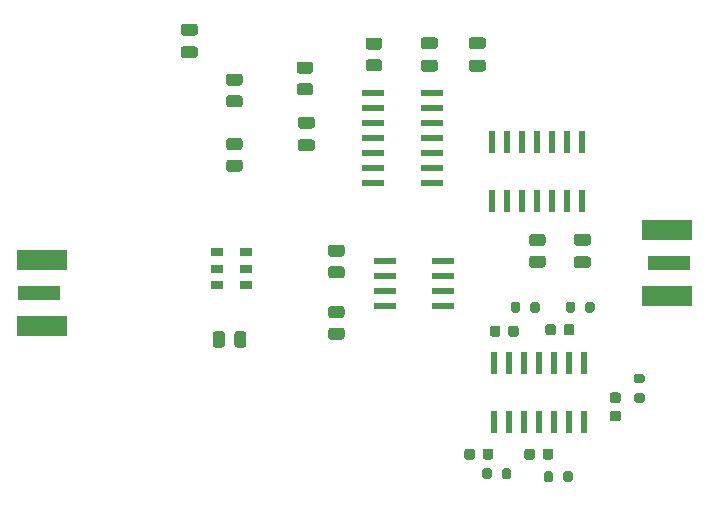
<source format=gbr>
%TF.GenerationSoftware,KiCad,Pcbnew,(5.1.9)-1*%
%TF.CreationDate,2021-02-11T15:57:47-05:00*%
%TF.ProjectId,DemodulatorCircuit,44656d6f-6475-46c6-9174-6f7243697263,rev?*%
%TF.SameCoordinates,Original*%
%TF.FileFunction,Paste,Top*%
%TF.FilePolarity,Positive*%
%FSLAX46Y46*%
G04 Gerber Fmt 4.6, Leading zero omitted, Abs format (unit mm)*
G04 Created by KiCad (PCBNEW (5.1.9)-1) date 2021-02-11 15:57:47*
%MOMM*%
%LPD*%
G01*
G04 APERTURE LIST*
%ADD10R,0.600000X1.970000*%
%ADD11R,1.050000X0.800000*%
%ADD12R,1.970000X0.600000*%
%ADD13R,4.200000X1.750000*%
%ADD14R,3.600000X1.270000*%
G04 APERTURE END LIST*
D10*
%TO.C,U4*%
X74041000Y-56516500D03*
X75311000Y-56516500D03*
X76581000Y-56516500D03*
X77851000Y-56516500D03*
X79121000Y-56516500D03*
X80391000Y-56516500D03*
X81661000Y-56516500D03*
X81661000Y-61466500D03*
X80391000Y-61466500D03*
X79121000Y-61466500D03*
X77851000Y-61466500D03*
X76581000Y-61466500D03*
X75311000Y-61466500D03*
X74041000Y-61466500D03*
%TD*%
D11*
%TO.C,U3*%
X53064000Y-47114000D03*
X53064000Y-48514000D03*
X53064000Y-49914000D03*
X50614000Y-49914000D03*
X50614000Y-48514000D03*
X50614000Y-47114000D03*
%TD*%
D12*
%TO.C,U2*%
X68769000Y-33655000D03*
X68769000Y-34925000D03*
X68769000Y-36195000D03*
X68769000Y-37465000D03*
X68769000Y-38735000D03*
X68769000Y-40005000D03*
X68769000Y-41275000D03*
X63819000Y-41275000D03*
X63819000Y-40005000D03*
X63819000Y-38735000D03*
X63819000Y-37465000D03*
X63819000Y-36195000D03*
X63819000Y-34925000D03*
X63819000Y-33655000D03*
%TD*%
%TO.C,U1*%
X69780000Y-47879000D03*
X69780000Y-49149000D03*
X69780000Y-50419000D03*
X69780000Y-51689000D03*
X64840000Y-51689000D03*
X64840000Y-50419000D03*
X64840000Y-49149000D03*
X64840000Y-47879000D03*
%TD*%
D13*
%TO.C,J3*%
X88700000Y-45181000D03*
X88700000Y-50831000D03*
D14*
X88900000Y-48006000D03*
%TD*%
D13*
%TO.C,J1*%
X35760000Y-53371000D03*
X35760000Y-47721000D03*
D14*
X35560000Y-50546000D03*
%TD*%
D10*
%TO.C,IC2*%
X73914000Y-37784000D03*
X75184000Y-37784000D03*
X76454000Y-37784000D03*
X77724000Y-37784000D03*
X78994000Y-37784000D03*
X80264000Y-37784000D03*
X81534000Y-37784000D03*
X81534000Y-42734000D03*
X80264000Y-42734000D03*
X78994000Y-42734000D03*
X77724000Y-42734000D03*
X76454000Y-42734000D03*
X75184000Y-42734000D03*
X73914000Y-42734000D03*
%TD*%
%TO.C,R_Inv_1*%
G36*
G01*
X74720000Y-66124500D02*
X74720000Y-65574500D01*
G75*
G02*
X74920000Y-65374500I200000J0D01*
G01*
X75320000Y-65374500D01*
G75*
G02*
X75520000Y-65574500I0J-200000D01*
G01*
X75520000Y-66124500D01*
G75*
G02*
X75320000Y-66324500I-200000J0D01*
G01*
X74920000Y-66324500D01*
G75*
G02*
X74720000Y-66124500I0J200000D01*
G01*
G37*
G36*
G01*
X73070000Y-66124500D02*
X73070000Y-65574500D01*
G75*
G02*
X73270000Y-65374500I200000J0D01*
G01*
X73670000Y-65374500D01*
G75*
G02*
X73870000Y-65574500I0J-200000D01*
G01*
X73870000Y-66124500D01*
G75*
G02*
X73670000Y-66324500I-200000J0D01*
G01*
X73270000Y-66324500D01*
G75*
G02*
X73070000Y-66124500I0J200000D01*
G01*
G37*
%TD*%
%TO.C,C_Inv_5*%
G36*
G01*
X84078000Y-60523000D02*
X84578000Y-60523000D01*
G75*
G02*
X84803000Y-60748000I0J-225000D01*
G01*
X84803000Y-61198000D01*
G75*
G02*
X84578000Y-61423000I-225000J0D01*
G01*
X84078000Y-61423000D01*
G75*
G02*
X83853000Y-61198000I0J225000D01*
G01*
X83853000Y-60748000D01*
G75*
G02*
X84078000Y-60523000I225000J0D01*
G01*
G37*
G36*
G01*
X84078000Y-58973000D02*
X84578000Y-58973000D01*
G75*
G02*
X84803000Y-59198000I0J-225000D01*
G01*
X84803000Y-59648000D01*
G75*
G02*
X84578000Y-59873000I-225000J0D01*
G01*
X84078000Y-59873000D01*
G75*
G02*
X83853000Y-59648000I0J225000D01*
G01*
X83853000Y-59198000D01*
G75*
G02*
X84078000Y-58973000I225000J0D01*
G01*
G37*
%TD*%
%TO.C,C_Inv_4*%
G36*
G01*
X74605000Y-53534500D02*
X74605000Y-54034500D01*
G75*
G02*
X74380000Y-54259500I-225000J0D01*
G01*
X73930000Y-54259500D01*
G75*
G02*
X73705000Y-54034500I0J225000D01*
G01*
X73705000Y-53534500D01*
G75*
G02*
X73930000Y-53309500I225000J0D01*
G01*
X74380000Y-53309500D01*
G75*
G02*
X74605000Y-53534500I0J-225000D01*
G01*
G37*
G36*
G01*
X76155000Y-53534500D02*
X76155000Y-54034500D01*
G75*
G02*
X75930000Y-54259500I-225000J0D01*
G01*
X75480000Y-54259500D01*
G75*
G02*
X75255000Y-54034500I0J225000D01*
G01*
X75255000Y-53534500D01*
G75*
G02*
X75480000Y-53309500I225000J0D01*
G01*
X75930000Y-53309500D01*
G75*
G02*
X76155000Y-53534500I0J-225000D01*
G01*
G37*
%TD*%
%TO.C,C_Inv_3*%
G36*
G01*
X79304000Y-53407500D02*
X79304000Y-53907500D01*
G75*
G02*
X79079000Y-54132500I-225000J0D01*
G01*
X78629000Y-54132500D01*
G75*
G02*
X78404000Y-53907500I0J225000D01*
G01*
X78404000Y-53407500D01*
G75*
G02*
X78629000Y-53182500I225000J0D01*
G01*
X79079000Y-53182500D01*
G75*
G02*
X79304000Y-53407500I0J-225000D01*
G01*
G37*
G36*
G01*
X80854000Y-53407500D02*
X80854000Y-53907500D01*
G75*
G02*
X80629000Y-54132500I-225000J0D01*
G01*
X80179000Y-54132500D01*
G75*
G02*
X79954000Y-53907500I0J225000D01*
G01*
X79954000Y-53407500D01*
G75*
G02*
X80179000Y-53182500I225000J0D01*
G01*
X80629000Y-53182500D01*
G75*
G02*
X80854000Y-53407500I0J-225000D01*
G01*
G37*
%TD*%
%TO.C,C_Inv_2*%
G36*
G01*
X77526000Y-63948500D02*
X77526000Y-64448500D01*
G75*
G02*
X77301000Y-64673500I-225000J0D01*
G01*
X76851000Y-64673500D01*
G75*
G02*
X76626000Y-64448500I0J225000D01*
G01*
X76626000Y-63948500D01*
G75*
G02*
X76851000Y-63723500I225000J0D01*
G01*
X77301000Y-63723500D01*
G75*
G02*
X77526000Y-63948500I0J-225000D01*
G01*
G37*
G36*
G01*
X79076000Y-63948500D02*
X79076000Y-64448500D01*
G75*
G02*
X78851000Y-64673500I-225000J0D01*
G01*
X78401000Y-64673500D01*
G75*
G02*
X78176000Y-64448500I0J225000D01*
G01*
X78176000Y-63948500D01*
G75*
G02*
X78401000Y-63723500I225000J0D01*
G01*
X78851000Y-63723500D01*
G75*
G02*
X79076000Y-63948500I0J-225000D01*
G01*
G37*
%TD*%
%TO.C,C_Inv_1*%
G36*
G01*
X72446000Y-63948500D02*
X72446000Y-64448500D01*
G75*
G02*
X72221000Y-64673500I-225000J0D01*
G01*
X71771000Y-64673500D01*
G75*
G02*
X71546000Y-64448500I0J225000D01*
G01*
X71546000Y-63948500D01*
G75*
G02*
X71771000Y-63723500I225000J0D01*
G01*
X72221000Y-63723500D01*
G75*
G02*
X72446000Y-63948500I0J-225000D01*
G01*
G37*
G36*
G01*
X73996000Y-63948500D02*
X73996000Y-64448500D01*
G75*
G02*
X73771000Y-64673500I-225000J0D01*
G01*
X73321000Y-64673500D01*
G75*
G02*
X73096000Y-64448500I0J225000D01*
G01*
X73096000Y-63948500D01*
G75*
G02*
X73321000Y-63723500I225000J0D01*
G01*
X73771000Y-63723500D01*
G75*
G02*
X73996000Y-63948500I0J-225000D01*
G01*
G37*
%TD*%
%TO.C,R_Inv_5*%
G36*
G01*
X86635000Y-58185500D02*
X86085000Y-58185500D01*
G75*
G02*
X85885000Y-57985500I0J200000D01*
G01*
X85885000Y-57585500D01*
G75*
G02*
X86085000Y-57385500I200000J0D01*
G01*
X86635000Y-57385500D01*
G75*
G02*
X86835000Y-57585500I0J-200000D01*
G01*
X86835000Y-57985500D01*
G75*
G02*
X86635000Y-58185500I-200000J0D01*
G01*
G37*
G36*
G01*
X86635000Y-59835500D02*
X86085000Y-59835500D01*
G75*
G02*
X85885000Y-59635500I0J200000D01*
G01*
X85885000Y-59235500D01*
G75*
G02*
X86085000Y-59035500I200000J0D01*
G01*
X86635000Y-59035500D01*
G75*
G02*
X86835000Y-59235500I0J-200000D01*
G01*
X86835000Y-59635500D01*
G75*
G02*
X86635000Y-59835500I-200000J0D01*
G01*
G37*
%TD*%
%TO.C,R_Inv_4*%
G36*
G01*
X77133000Y-52027500D02*
X77133000Y-51477500D01*
G75*
G02*
X77333000Y-51277500I200000J0D01*
G01*
X77733000Y-51277500D01*
G75*
G02*
X77933000Y-51477500I0J-200000D01*
G01*
X77933000Y-52027500D01*
G75*
G02*
X77733000Y-52227500I-200000J0D01*
G01*
X77333000Y-52227500D01*
G75*
G02*
X77133000Y-52027500I0J200000D01*
G01*
G37*
G36*
G01*
X75483000Y-52027500D02*
X75483000Y-51477500D01*
G75*
G02*
X75683000Y-51277500I200000J0D01*
G01*
X76083000Y-51277500D01*
G75*
G02*
X76283000Y-51477500I0J-200000D01*
G01*
X76283000Y-52027500D01*
G75*
G02*
X76083000Y-52227500I-200000J0D01*
G01*
X75683000Y-52227500D01*
G75*
G02*
X75483000Y-52027500I0J200000D01*
G01*
G37*
%TD*%
%TO.C,R_Inv_3*%
G36*
G01*
X81768500Y-52027500D02*
X81768500Y-51477500D01*
G75*
G02*
X81968500Y-51277500I200000J0D01*
G01*
X82368500Y-51277500D01*
G75*
G02*
X82568500Y-51477500I0J-200000D01*
G01*
X82568500Y-52027500D01*
G75*
G02*
X82368500Y-52227500I-200000J0D01*
G01*
X81968500Y-52227500D01*
G75*
G02*
X81768500Y-52027500I0J200000D01*
G01*
G37*
G36*
G01*
X80118500Y-52027500D02*
X80118500Y-51477500D01*
G75*
G02*
X80318500Y-51277500I200000J0D01*
G01*
X80718500Y-51277500D01*
G75*
G02*
X80918500Y-51477500I0J-200000D01*
G01*
X80918500Y-52027500D01*
G75*
G02*
X80718500Y-52227500I-200000J0D01*
G01*
X80318500Y-52227500D01*
G75*
G02*
X80118500Y-52027500I0J200000D01*
G01*
G37*
%TD*%
%TO.C,R_Inv_2*%
G36*
G01*
X79927000Y-66378500D02*
X79927000Y-65828500D01*
G75*
G02*
X80127000Y-65628500I200000J0D01*
G01*
X80527000Y-65628500D01*
G75*
G02*
X80727000Y-65828500I0J-200000D01*
G01*
X80727000Y-66378500D01*
G75*
G02*
X80527000Y-66578500I-200000J0D01*
G01*
X80127000Y-66578500D01*
G75*
G02*
X79927000Y-66378500I0J200000D01*
G01*
G37*
G36*
G01*
X78277000Y-66378500D02*
X78277000Y-65828500D01*
G75*
G02*
X78477000Y-65628500I200000J0D01*
G01*
X78877000Y-65628500D01*
G75*
G02*
X79077000Y-65828500I0J-200000D01*
G01*
X79077000Y-66378500D01*
G75*
G02*
X78877000Y-66578500I-200000J0D01*
G01*
X78477000Y-66578500D01*
G75*
G02*
X78277000Y-66378500I0J200000D01*
G01*
G37*
%TD*%
%TO.C,Rout1*%
G36*
G01*
X78174002Y-46590000D02*
X77273998Y-46590000D01*
G75*
G02*
X77024000Y-46340002I0J249998D01*
G01*
X77024000Y-45814998D01*
G75*
G02*
X77273998Y-45565000I249998J0D01*
G01*
X78174002Y-45565000D01*
G75*
G02*
X78424000Y-45814998I0J-249998D01*
G01*
X78424000Y-46340002D01*
G75*
G02*
X78174002Y-46590000I-249998J0D01*
G01*
G37*
G36*
G01*
X78174002Y-48415000D02*
X77273998Y-48415000D01*
G75*
G02*
X77024000Y-48165002I0J249998D01*
G01*
X77024000Y-47639998D01*
G75*
G02*
X77273998Y-47390000I249998J0D01*
G01*
X78174002Y-47390000D01*
G75*
G02*
X78424000Y-47639998I0J-249998D01*
G01*
X78424000Y-48165002D01*
G75*
G02*
X78174002Y-48415000I-249998J0D01*
G01*
G37*
%TD*%
%TO.C,RJumper1*%
G36*
G01*
X51265500Y-54032998D02*
X51265500Y-54933002D01*
G75*
G02*
X51015502Y-55183000I-249998J0D01*
G01*
X50490498Y-55183000D01*
G75*
G02*
X50240500Y-54933002I0J249998D01*
G01*
X50240500Y-54032998D01*
G75*
G02*
X50490498Y-53783000I249998J0D01*
G01*
X51015502Y-53783000D01*
G75*
G02*
X51265500Y-54032998I0J-249998D01*
G01*
G37*
G36*
G01*
X53090500Y-54032998D02*
X53090500Y-54933002D01*
G75*
G02*
X52840502Y-55183000I-249998J0D01*
G01*
X52315498Y-55183000D01*
G75*
G02*
X52065500Y-54933002I0J249998D01*
G01*
X52065500Y-54032998D01*
G75*
G02*
X52315498Y-53783000I249998J0D01*
G01*
X52840502Y-53783000D01*
G75*
G02*
X53090500Y-54032998I0J-249998D01*
G01*
G37*
%TD*%
%TO.C,RFB2*%
G36*
G01*
X57588998Y-32785000D02*
X58489002Y-32785000D01*
G75*
G02*
X58739000Y-33034998I0J-249998D01*
G01*
X58739000Y-33560002D01*
G75*
G02*
X58489002Y-33810000I-249998J0D01*
G01*
X57588998Y-33810000D01*
G75*
G02*
X57339000Y-33560002I0J249998D01*
G01*
X57339000Y-33034998D01*
G75*
G02*
X57588998Y-32785000I249998J0D01*
G01*
G37*
G36*
G01*
X57588998Y-30960000D02*
X58489002Y-30960000D01*
G75*
G02*
X58739000Y-31209998I0J-249998D01*
G01*
X58739000Y-31735002D01*
G75*
G02*
X58489002Y-31985000I-249998J0D01*
G01*
X57588998Y-31985000D01*
G75*
G02*
X57339000Y-31735002I0J249998D01*
G01*
X57339000Y-31209998D01*
G75*
G02*
X57588998Y-30960000I249998J0D01*
G01*
G37*
%TD*%
%TO.C,R_CMG1*%
G36*
G01*
X63430998Y-30753000D02*
X64331002Y-30753000D01*
G75*
G02*
X64581000Y-31002998I0J-249998D01*
G01*
X64581000Y-31528002D01*
G75*
G02*
X64331002Y-31778000I-249998J0D01*
G01*
X63430998Y-31778000D01*
G75*
G02*
X63181000Y-31528002I0J249998D01*
G01*
X63181000Y-31002998D01*
G75*
G02*
X63430998Y-30753000I249998J0D01*
G01*
G37*
G36*
G01*
X63430998Y-28928000D02*
X64331002Y-28928000D01*
G75*
G02*
X64581000Y-29177998I0J-249998D01*
G01*
X64581000Y-29703002D01*
G75*
G02*
X64331002Y-29953000I-249998J0D01*
G01*
X63430998Y-29953000D01*
G75*
G02*
X63181000Y-29703002I0J249998D01*
G01*
X63181000Y-29177998D01*
G75*
G02*
X63430998Y-28928000I249998J0D01*
G01*
G37*
%TD*%
%TO.C,R4*%
G36*
G01*
X60255998Y-53486000D02*
X61156002Y-53486000D01*
G75*
G02*
X61406000Y-53735998I0J-249998D01*
G01*
X61406000Y-54261002D01*
G75*
G02*
X61156002Y-54511000I-249998J0D01*
G01*
X60255998Y-54511000D01*
G75*
G02*
X60006000Y-54261002I0J249998D01*
G01*
X60006000Y-53735998D01*
G75*
G02*
X60255998Y-53486000I249998J0D01*
G01*
G37*
G36*
G01*
X60255998Y-51661000D02*
X61156002Y-51661000D01*
G75*
G02*
X61406000Y-51910998I0J-249998D01*
G01*
X61406000Y-52436002D01*
G75*
G02*
X61156002Y-52686000I-249998J0D01*
G01*
X60255998Y-52686000D01*
G75*
G02*
X60006000Y-52436002I0J249998D01*
G01*
X60006000Y-51910998D01*
G75*
G02*
X60255998Y-51661000I249998J0D01*
G01*
G37*
%TD*%
%TO.C,R3*%
G36*
G01*
X60255998Y-48279000D02*
X61156002Y-48279000D01*
G75*
G02*
X61406000Y-48528998I0J-249998D01*
G01*
X61406000Y-49054002D01*
G75*
G02*
X61156002Y-49304000I-249998J0D01*
G01*
X60255998Y-49304000D01*
G75*
G02*
X60006000Y-49054002I0J249998D01*
G01*
X60006000Y-48528998D01*
G75*
G02*
X60255998Y-48279000I249998J0D01*
G01*
G37*
G36*
G01*
X60255998Y-46454000D02*
X61156002Y-46454000D01*
G75*
G02*
X61406000Y-46703998I0J-249998D01*
G01*
X61406000Y-47229002D01*
G75*
G02*
X61156002Y-47479000I-249998J0D01*
G01*
X60255998Y-47479000D01*
G75*
G02*
X60006000Y-47229002I0J249998D01*
G01*
X60006000Y-46703998D01*
G75*
G02*
X60255998Y-46454000I249998J0D01*
G01*
G37*
%TD*%
%TO.C,R2*%
G36*
G01*
X51619998Y-39262000D02*
X52520002Y-39262000D01*
G75*
G02*
X52770000Y-39511998I0J-249998D01*
G01*
X52770000Y-40037002D01*
G75*
G02*
X52520002Y-40287000I-249998J0D01*
G01*
X51619998Y-40287000D01*
G75*
G02*
X51370000Y-40037002I0J249998D01*
G01*
X51370000Y-39511998D01*
G75*
G02*
X51619998Y-39262000I249998J0D01*
G01*
G37*
G36*
G01*
X51619998Y-37437000D02*
X52520002Y-37437000D01*
G75*
G02*
X52770000Y-37686998I0J-249998D01*
G01*
X52770000Y-38212002D01*
G75*
G02*
X52520002Y-38462000I-249998J0D01*
G01*
X51619998Y-38462000D01*
G75*
G02*
X51370000Y-38212002I0J249998D01*
G01*
X51370000Y-37686998D01*
G75*
G02*
X51619998Y-37437000I249998J0D01*
G01*
G37*
%TD*%
%TO.C,R1*%
G36*
G01*
X51619998Y-33801000D02*
X52520002Y-33801000D01*
G75*
G02*
X52770000Y-34050998I0J-249998D01*
G01*
X52770000Y-34576002D01*
G75*
G02*
X52520002Y-34826000I-249998J0D01*
G01*
X51619998Y-34826000D01*
G75*
G02*
X51370000Y-34576002I0J249998D01*
G01*
X51370000Y-34050998D01*
G75*
G02*
X51619998Y-33801000I249998J0D01*
G01*
G37*
G36*
G01*
X51619998Y-31976000D02*
X52520002Y-31976000D01*
G75*
G02*
X52770000Y-32225998I0J-249998D01*
G01*
X52770000Y-32751002D01*
G75*
G02*
X52520002Y-33001000I-249998J0D01*
G01*
X51619998Y-33001000D01*
G75*
G02*
X51370000Y-32751002I0J249998D01*
G01*
X51370000Y-32225998D01*
G75*
G02*
X51619998Y-31976000I249998J0D01*
G01*
G37*
%TD*%
%TO.C,Cout1*%
G36*
G01*
X82009000Y-46540000D02*
X81059000Y-46540000D01*
G75*
G02*
X80809000Y-46290000I0J250000D01*
G01*
X80809000Y-45790000D01*
G75*
G02*
X81059000Y-45540000I250000J0D01*
G01*
X82009000Y-45540000D01*
G75*
G02*
X82259000Y-45790000I0J-250000D01*
G01*
X82259000Y-46290000D01*
G75*
G02*
X82009000Y-46540000I-250000J0D01*
G01*
G37*
G36*
G01*
X82009000Y-48440000D02*
X81059000Y-48440000D01*
G75*
G02*
X80809000Y-48190000I0J250000D01*
G01*
X80809000Y-47690000D01*
G75*
G02*
X81059000Y-47440000I250000J0D01*
G01*
X82009000Y-47440000D01*
G75*
G02*
X82259000Y-47690000I0J-250000D01*
G01*
X82259000Y-48190000D01*
G75*
G02*
X82009000Y-48440000I-250000J0D01*
G01*
G37*
%TD*%
%TO.C,Cin1*%
G36*
G01*
X57691000Y-37534000D02*
X58641000Y-37534000D01*
G75*
G02*
X58891000Y-37784000I0J-250000D01*
G01*
X58891000Y-38284000D01*
G75*
G02*
X58641000Y-38534000I-250000J0D01*
G01*
X57691000Y-38534000D01*
G75*
G02*
X57441000Y-38284000I0J250000D01*
G01*
X57441000Y-37784000D01*
G75*
G02*
X57691000Y-37534000I250000J0D01*
G01*
G37*
G36*
G01*
X57691000Y-35634000D02*
X58641000Y-35634000D01*
G75*
G02*
X58891000Y-35884000I0J-250000D01*
G01*
X58891000Y-36384000D01*
G75*
G02*
X58641000Y-36634000I-250000J0D01*
G01*
X57691000Y-36634000D01*
G75*
G02*
X57441000Y-36384000I0J250000D01*
G01*
X57441000Y-35884000D01*
G75*
G02*
X57691000Y-35634000I250000J0D01*
G01*
G37*
%TD*%
%TO.C,CC1*%
G36*
G01*
X47785000Y-29660000D02*
X48735000Y-29660000D01*
G75*
G02*
X48985000Y-29910000I0J-250000D01*
G01*
X48985000Y-30410000D01*
G75*
G02*
X48735000Y-30660000I-250000J0D01*
G01*
X47785000Y-30660000D01*
G75*
G02*
X47535000Y-30410000I0J250000D01*
G01*
X47535000Y-29910000D01*
G75*
G02*
X47785000Y-29660000I250000J0D01*
G01*
G37*
G36*
G01*
X47785000Y-27760000D02*
X48735000Y-27760000D01*
G75*
G02*
X48985000Y-28010000I0J-250000D01*
G01*
X48985000Y-28510000D01*
G75*
G02*
X48735000Y-28760000I-250000J0D01*
G01*
X47785000Y-28760000D01*
G75*
G02*
X47535000Y-28510000I0J250000D01*
G01*
X47535000Y-28010000D01*
G75*
G02*
X47785000Y-27760000I250000J0D01*
G01*
G37*
%TD*%
%TO.C,C_CMG1*%
G36*
G01*
X68105000Y-30803000D02*
X69055000Y-30803000D01*
G75*
G02*
X69305000Y-31053000I0J-250000D01*
G01*
X69305000Y-31553000D01*
G75*
G02*
X69055000Y-31803000I-250000J0D01*
G01*
X68105000Y-31803000D01*
G75*
G02*
X67855000Y-31553000I0J250000D01*
G01*
X67855000Y-31053000D01*
G75*
G02*
X68105000Y-30803000I250000J0D01*
G01*
G37*
G36*
G01*
X68105000Y-28903000D02*
X69055000Y-28903000D01*
G75*
G02*
X69305000Y-29153000I0J-250000D01*
G01*
X69305000Y-29653000D01*
G75*
G02*
X69055000Y-29903000I-250000J0D01*
G01*
X68105000Y-29903000D01*
G75*
G02*
X67855000Y-29653000I0J250000D01*
G01*
X67855000Y-29153000D01*
G75*
G02*
X68105000Y-28903000I250000J0D01*
G01*
G37*
%TD*%
%TO.C,C2*%
G36*
G01*
X72169000Y-30803000D02*
X73119000Y-30803000D01*
G75*
G02*
X73369000Y-31053000I0J-250000D01*
G01*
X73369000Y-31553000D01*
G75*
G02*
X73119000Y-31803000I-250000J0D01*
G01*
X72169000Y-31803000D01*
G75*
G02*
X71919000Y-31553000I0J250000D01*
G01*
X71919000Y-31053000D01*
G75*
G02*
X72169000Y-30803000I250000J0D01*
G01*
G37*
G36*
G01*
X72169000Y-28903000D02*
X73119000Y-28903000D01*
G75*
G02*
X73369000Y-29153000I0J-250000D01*
G01*
X73369000Y-29653000D01*
G75*
G02*
X73119000Y-29903000I-250000J0D01*
G01*
X72169000Y-29903000D01*
G75*
G02*
X71919000Y-29653000I0J250000D01*
G01*
X71919000Y-29153000D01*
G75*
G02*
X72169000Y-28903000I250000J0D01*
G01*
G37*
%TD*%
M02*

</source>
